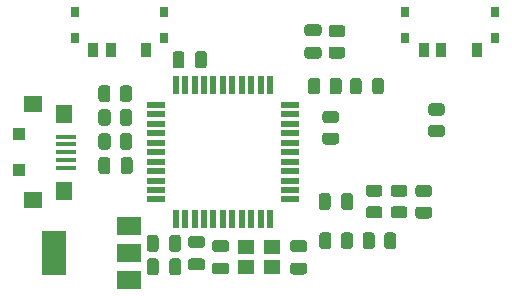
<source format=gtp>
%TF.GenerationSoftware,KiCad,Pcbnew,(5.1.10-1-10_14)*%
%TF.CreationDate,2021-09-25T16:40:22-04:00*%
%TF.ProjectId,WetProgrammer,57657450-726f-4677-9261-6d6d65722e6b,rev?*%
%TF.SameCoordinates,Original*%
%TF.FileFunction,Paste,Top*%
%TF.FilePolarity,Positive*%
%FSLAX46Y46*%
G04 Gerber Fmt 4.6, Leading zero omitted, Abs format (unit mm)*
G04 Created by KiCad (PCBNEW (5.1.10-1-10_14)) date 2021-09-25 16:40:22*
%MOMM*%
%LPD*%
G01*
G04 APERTURE LIST*
%ADD10R,1.400000X1.200000*%
%ADD11R,2.000000X1.500000*%
%ADD12R,2.000000X3.800000*%
%ADD13R,0.900000X1.250000*%
%ADD14R,0.800000X0.900000*%
%ADD15R,1.800000X0.400000*%
%ADD16R,1.400000X1.500000*%
%ADD17R,1.500000X1.350000*%
%ADD18R,1.100000X1.000000*%
%ADD19R,1.500000X0.550000*%
%ADD20R,0.550000X1.500000*%
G04 APERTURE END LIST*
%TO.C,F1*%
G36*
G01*
X9225000Y17900001D02*
X9225000Y16999999D01*
G75*
G02*
X8975001Y16750000I-249999J0D01*
G01*
X8449999Y16750000D01*
G75*
G02*
X8200000Y16999999I0J249999D01*
G01*
X8200000Y17900001D01*
G75*
G02*
X8449999Y18150000I249999J0D01*
G01*
X8975001Y18150000D01*
G75*
G02*
X9225000Y17900001I0J-249999D01*
G01*
G37*
G36*
G01*
X11050000Y17900001D02*
X11050000Y16999999D01*
G75*
G02*
X10800001Y16750000I-249999J0D01*
G01*
X10274999Y16750000D01*
G75*
G02*
X10025000Y16999999I0J249999D01*
G01*
X10025000Y17900001D01*
G75*
G02*
X10274999Y18150000I249999J0D01*
G01*
X10800001Y18150000D01*
G75*
G02*
X11050000Y17900001I0J-249999D01*
G01*
G37*
%TD*%
%TO.C,C9*%
G36*
G01*
X26852900Y20419400D02*
X25902900Y20419400D01*
G75*
G02*
X25652900Y20669400I0J250000D01*
G01*
X25652900Y21169400D01*
G75*
G02*
X25902900Y21419400I250000J0D01*
G01*
X26852900Y21419400D01*
G75*
G02*
X27102900Y21169400I0J-250000D01*
G01*
X27102900Y20669400D01*
G75*
G02*
X26852900Y20419400I-250000J0D01*
G01*
G37*
G36*
G01*
X26852900Y22319400D02*
X25902900Y22319400D01*
G75*
G02*
X25652900Y22569400I0J250000D01*
G01*
X25652900Y23069400D01*
G75*
G02*
X25902900Y23319400I250000J0D01*
G01*
X26852900Y23319400D01*
G75*
G02*
X27102900Y23069400I0J-250000D01*
G01*
X27102900Y22569400D01*
G75*
G02*
X26852900Y22319400I-250000J0D01*
G01*
G37*
%TD*%
%TO.C,C2*%
G36*
G01*
X18079700Y5046600D02*
X19029700Y5046600D01*
G75*
G02*
X19279700Y4796600I0J-250000D01*
G01*
X19279700Y4296600D01*
G75*
G02*
X19029700Y4046600I-250000J0D01*
G01*
X18079700Y4046600D01*
G75*
G02*
X17829700Y4296600I0J250000D01*
G01*
X17829700Y4796600D01*
G75*
G02*
X18079700Y5046600I250000J0D01*
G01*
G37*
G36*
G01*
X18079700Y3146600D02*
X19029700Y3146600D01*
G75*
G02*
X19279700Y2896600I0J-250000D01*
G01*
X19279700Y2396600D01*
G75*
G02*
X19029700Y2146600I-250000J0D01*
G01*
X18079700Y2146600D01*
G75*
G02*
X17829700Y2396600I0J250000D01*
G01*
X17829700Y2896600D01*
G75*
G02*
X18079700Y3146600I250000J0D01*
G01*
G37*
%TD*%
D10*
%TO.C,Y1*%
X22893200Y4444100D03*
X20693200Y4444100D03*
X20693200Y2744100D03*
X22893200Y2744100D03*
%TD*%
%TO.C,R10*%
G36*
G01*
X27937500Y5450002D02*
X27937500Y4549998D01*
G75*
G02*
X27687502Y4300000I-249998J0D01*
G01*
X27162498Y4300000D01*
G75*
G02*
X26912500Y4549998I0J249998D01*
G01*
X26912500Y5450002D01*
G75*
G02*
X27162498Y5700000I249998J0D01*
G01*
X27687502Y5700000D01*
G75*
G02*
X27937500Y5450002I0J-249998D01*
G01*
G37*
G36*
G01*
X29762500Y5450002D02*
X29762500Y4549998D01*
G75*
G02*
X29512502Y4300000I-249998J0D01*
G01*
X28987498Y4300000D01*
G75*
G02*
X28737500Y4549998I0J249998D01*
G01*
X28737500Y5450002D01*
G75*
G02*
X28987498Y5700000I249998J0D01*
G01*
X29512502Y5700000D01*
G75*
G02*
X29762500Y5450002I0J-249998D01*
G01*
G37*
%TD*%
%TO.C,R11*%
G36*
G01*
X31600000Y5450002D02*
X31600000Y4549998D01*
G75*
G02*
X31350002Y4300000I-249998J0D01*
G01*
X30824998Y4300000D01*
G75*
G02*
X30575000Y4549998I0J249998D01*
G01*
X30575000Y5450002D01*
G75*
G02*
X30824998Y5700000I249998J0D01*
G01*
X31350002Y5700000D01*
G75*
G02*
X31600000Y5450002I0J-249998D01*
G01*
G37*
G36*
G01*
X33425000Y5450002D02*
X33425000Y4549998D01*
G75*
G02*
X33175002Y4300000I-249998J0D01*
G01*
X32649998Y4300000D01*
G75*
G02*
X32400000Y4549998I0J249998D01*
G01*
X32400000Y5450002D01*
G75*
G02*
X32649998Y5700000I249998J0D01*
G01*
X33175002Y5700000D01*
G75*
G02*
X33425000Y5450002I0J-249998D01*
G01*
G37*
%TD*%
%TO.C,C5*%
G36*
G01*
X16985000Y4397200D02*
X16035000Y4397200D01*
G75*
G02*
X15785000Y4647200I0J250000D01*
G01*
X15785000Y5147200D01*
G75*
G02*
X16035000Y5397200I250000J0D01*
G01*
X16985000Y5397200D01*
G75*
G02*
X17235000Y5147200I0J-250000D01*
G01*
X17235000Y4647200D01*
G75*
G02*
X16985000Y4397200I-250000J0D01*
G01*
G37*
G36*
G01*
X16985000Y2497200D02*
X16035000Y2497200D01*
G75*
G02*
X15785000Y2747200I0J250000D01*
G01*
X15785000Y3247200D01*
G75*
G02*
X16035000Y3497200I250000J0D01*
G01*
X16985000Y3497200D01*
G75*
G02*
X17235000Y3247200I0J-250000D01*
G01*
X17235000Y2747200D01*
G75*
G02*
X16985000Y2497200I-250000J0D01*
G01*
G37*
%TD*%
%TO.C,C1*%
G36*
G01*
X25633700Y2141600D02*
X24683700Y2141600D01*
G75*
G02*
X24433700Y2391600I0J250000D01*
G01*
X24433700Y2891600D01*
G75*
G02*
X24683700Y3141600I250000J0D01*
G01*
X25633700Y3141600D01*
G75*
G02*
X25883700Y2891600I0J-250000D01*
G01*
X25883700Y2391600D01*
G75*
G02*
X25633700Y2141600I-250000J0D01*
G01*
G37*
G36*
G01*
X25633700Y4041600D02*
X24683700Y4041600D01*
G75*
G02*
X24433700Y4291600I0J250000D01*
G01*
X24433700Y4791600D01*
G75*
G02*
X24683700Y5041600I250000J0D01*
G01*
X25633700Y5041600D01*
G75*
G02*
X25883700Y4791600I0J-250000D01*
G01*
X25883700Y4291600D01*
G75*
G02*
X25633700Y4041600I-250000J0D01*
G01*
G37*
%TD*%
D11*
%TO.C,U2*%
X10770000Y1669500D03*
X10770000Y6269500D03*
X10770000Y3969500D03*
D12*
X4470000Y3969500D03*
%TD*%
D13*
%TO.C,SW1*%
X12250000Y21116000D03*
X9250000Y21116000D03*
X7750000Y21116000D03*
D14*
X6200000Y24341000D03*
X13800000Y24341000D03*
X13800000Y22141000D03*
X6200000Y22141000D03*
%TD*%
%TO.C,D1*%
G36*
G01*
X31387200Y17628550D02*
X31387200Y18541050D01*
G75*
G02*
X31630950Y18784800I243750J0D01*
G01*
X32118450Y18784800D01*
G75*
G02*
X32362200Y18541050I0J-243750D01*
G01*
X32362200Y17628550D01*
G75*
G02*
X32118450Y17384800I-243750J0D01*
G01*
X31630950Y17384800D01*
G75*
G02*
X31387200Y17628550I0J243750D01*
G01*
G37*
G36*
G01*
X29512200Y17628550D02*
X29512200Y18541050D01*
G75*
G02*
X29755950Y18784800I243750J0D01*
G01*
X30243450Y18784800D01*
G75*
G02*
X30487200Y18541050I0J-243750D01*
G01*
X30487200Y17628550D01*
G75*
G02*
X30243450Y17384800I-243750J0D01*
G01*
X29755950Y17384800D01*
G75*
G02*
X29512200Y17628550I0J243750D01*
G01*
G37*
%TD*%
%TO.C,C8*%
G36*
G01*
X14216800Y2319000D02*
X14216800Y3269000D01*
G75*
G02*
X14466800Y3519000I250000J0D01*
G01*
X14966800Y3519000D01*
G75*
G02*
X15216800Y3269000I0J-250000D01*
G01*
X15216800Y2319000D01*
G75*
G02*
X14966800Y2069000I-250000J0D01*
G01*
X14466800Y2069000D01*
G75*
G02*
X14216800Y2319000I0J250000D01*
G01*
G37*
G36*
G01*
X12316800Y2319000D02*
X12316800Y3269000D01*
G75*
G02*
X12566800Y3519000I250000J0D01*
G01*
X13066800Y3519000D01*
G75*
G02*
X13316800Y3269000I0J-250000D01*
G01*
X13316800Y2319000D01*
G75*
G02*
X13066800Y2069000I-250000J0D01*
G01*
X12566800Y2069000D01*
G75*
G02*
X12316800Y2319000I0J250000D01*
G01*
G37*
%TD*%
%TO.C,C7*%
G36*
G01*
X14201600Y4300200D02*
X14201600Y5250200D01*
G75*
G02*
X14451600Y5500200I250000J0D01*
G01*
X14951600Y5500200D01*
G75*
G02*
X15201600Y5250200I0J-250000D01*
G01*
X15201600Y4300200D01*
G75*
G02*
X14951600Y4050200I-250000J0D01*
G01*
X14451600Y4050200D01*
G75*
G02*
X14201600Y4300200I0J250000D01*
G01*
G37*
G36*
G01*
X12301600Y4300200D02*
X12301600Y5250200D01*
G75*
G02*
X12551600Y5500200I250000J0D01*
G01*
X13051600Y5500200D01*
G75*
G02*
X13301600Y5250200I0J-250000D01*
G01*
X13301600Y4300200D01*
G75*
G02*
X13051600Y4050200I-250000J0D01*
G01*
X12551600Y4050200D01*
G75*
G02*
X12301600Y4300200I0J250000D01*
G01*
G37*
%TD*%
%TO.C,C3*%
G36*
G01*
X16391000Y19845000D02*
X16391000Y20795000D01*
G75*
G02*
X16641000Y21045000I250000J0D01*
G01*
X17141000Y21045000D01*
G75*
G02*
X17391000Y20795000I0J-250000D01*
G01*
X17391000Y19845000D01*
G75*
G02*
X17141000Y19595000I-250000J0D01*
G01*
X16641000Y19595000D01*
G75*
G02*
X16391000Y19845000I0J250000D01*
G01*
G37*
G36*
G01*
X14491000Y19845000D02*
X14491000Y20795000D01*
G75*
G02*
X14741000Y21045000I250000J0D01*
G01*
X15241000Y21045000D01*
G75*
G02*
X15491000Y20795000I0J-250000D01*
G01*
X15491000Y19845000D01*
G75*
G02*
X15241000Y19595000I-250000J0D01*
G01*
X14741000Y19595000D01*
G75*
G02*
X14491000Y19845000I0J250000D01*
G01*
G37*
%TD*%
D15*
%TO.C,J1*%
X5500000Y12500000D03*
X5500000Y13150000D03*
X5500000Y13800000D03*
X5500000Y11850000D03*
X5500000Y11200000D03*
D16*
X5309500Y9250000D03*
X5309500Y15750000D03*
D17*
X2630000Y8425000D03*
X2630000Y16575000D03*
D18*
X1459500Y14000000D03*
X1459500Y11000000D03*
%TD*%
D13*
%TO.C,SW2*%
X40250000Y21116000D03*
X37250000Y21116000D03*
X35750000Y21116000D03*
D14*
X34200000Y24341000D03*
X41800000Y24341000D03*
X41800000Y22141000D03*
X34200000Y22141000D03*
%TD*%
D19*
%TO.C,U1*%
X13050000Y16500000D03*
X13050000Y15700000D03*
X13050000Y14900000D03*
X13050000Y14100000D03*
X13050000Y13300000D03*
X13050000Y12500000D03*
X13050000Y11700000D03*
X13050000Y10900000D03*
X13050000Y10100000D03*
X13050000Y9300000D03*
X13050000Y8500000D03*
D20*
X14750000Y6800000D03*
X15550000Y6800000D03*
X16350000Y6800000D03*
X17150000Y6800000D03*
X17950000Y6800000D03*
X18750000Y6800000D03*
X19550000Y6800000D03*
X20350000Y6800000D03*
X21150000Y6800000D03*
X21950000Y6800000D03*
X22750000Y6800000D03*
D19*
X24450000Y8500000D03*
X24450000Y9300000D03*
X24450000Y10100000D03*
X24450000Y10900000D03*
X24450000Y11700000D03*
X24450000Y12500000D03*
X24450000Y13300000D03*
X24450000Y14100000D03*
X24450000Y14900000D03*
X24450000Y15700000D03*
X24450000Y16500000D03*
D20*
X22750000Y18200000D03*
X21950000Y18200000D03*
X21150000Y18200000D03*
X20350000Y18200000D03*
X19550000Y18200000D03*
X18750000Y18200000D03*
X17950000Y18200000D03*
X17150000Y18200000D03*
X16350000Y18200000D03*
X15550000Y18200000D03*
X14750000Y18200000D03*
%TD*%
%TO.C,R9*%
G36*
G01*
X33204998Y7918500D02*
X34105002Y7918500D01*
G75*
G02*
X34355000Y7668502I0J-249998D01*
G01*
X34355000Y7143498D01*
G75*
G02*
X34105002Y6893500I-249998J0D01*
G01*
X33204998Y6893500D01*
G75*
G02*
X32955000Y7143498I0J249998D01*
G01*
X32955000Y7668502D01*
G75*
G02*
X33204998Y7918500I249998J0D01*
G01*
G37*
G36*
G01*
X33204998Y9743500D02*
X34105002Y9743500D01*
G75*
G02*
X34355000Y9493502I0J-249998D01*
G01*
X34355000Y8968498D01*
G75*
G02*
X34105002Y8718500I-249998J0D01*
G01*
X33204998Y8718500D01*
G75*
G02*
X32955000Y8968498I0J249998D01*
G01*
X32955000Y9493502D01*
G75*
G02*
X33204998Y9743500I249998J0D01*
G01*
G37*
%TD*%
%TO.C,R8*%
G36*
G01*
X35300498Y7895000D02*
X36200502Y7895000D01*
G75*
G02*
X36450500Y7645002I0J-249998D01*
G01*
X36450500Y7119998D01*
G75*
G02*
X36200502Y6870000I-249998J0D01*
G01*
X35300498Y6870000D01*
G75*
G02*
X35050500Y7119998I0J249998D01*
G01*
X35050500Y7645002D01*
G75*
G02*
X35300498Y7895000I249998J0D01*
G01*
G37*
G36*
G01*
X35300498Y9720000D02*
X36200502Y9720000D01*
G75*
G02*
X36450500Y9470002I0J-249998D01*
G01*
X36450500Y8944998D01*
G75*
G02*
X36200502Y8695000I-249998J0D01*
G01*
X35300498Y8695000D01*
G75*
G02*
X35050500Y8944998I0J249998D01*
G01*
X35050500Y9470002D01*
G75*
G02*
X35300498Y9720000I249998J0D01*
G01*
G37*
%TD*%
%TO.C,R7*%
G36*
G01*
X31109498Y7918500D02*
X32009502Y7918500D01*
G75*
G02*
X32259500Y7668502I0J-249998D01*
G01*
X32259500Y7143498D01*
G75*
G02*
X32009502Y6893500I-249998J0D01*
G01*
X31109498Y6893500D01*
G75*
G02*
X30859500Y7143498I0J249998D01*
G01*
X30859500Y7668502D01*
G75*
G02*
X31109498Y7918500I249998J0D01*
G01*
G37*
G36*
G01*
X31109498Y9743500D02*
X32009502Y9743500D01*
G75*
G02*
X32259500Y9493502I0J-249998D01*
G01*
X32259500Y8968498D01*
G75*
G02*
X32009502Y8718500I-249998J0D01*
G01*
X31109498Y8718500D01*
G75*
G02*
X30859500Y8968498I0J249998D01*
G01*
X30859500Y9493502D01*
G75*
G02*
X31109498Y9743500I249998J0D01*
G01*
G37*
%TD*%
%TO.C,R6*%
G36*
G01*
X26983100Y18534802D02*
X26983100Y17634798D01*
G75*
G02*
X26733102Y17384800I-249998J0D01*
G01*
X26208098Y17384800D01*
G75*
G02*
X25958100Y17634798I0J249998D01*
G01*
X25958100Y18534802D01*
G75*
G02*
X26208098Y18784800I249998J0D01*
G01*
X26733102Y18784800D01*
G75*
G02*
X26983100Y18534802I0J-249998D01*
G01*
G37*
G36*
G01*
X28808100Y18534802D02*
X28808100Y17634798D01*
G75*
G02*
X28558102Y17384800I-249998J0D01*
G01*
X28033098Y17384800D01*
G75*
G02*
X27783100Y17634798I0J249998D01*
G01*
X27783100Y18534802D01*
G75*
G02*
X28033098Y18784800I249998J0D01*
G01*
X28558102Y18784800D01*
G75*
G02*
X28808100Y18534802I0J-249998D01*
G01*
G37*
%TD*%
%TO.C,R5*%
G36*
G01*
X36379998Y14800000D02*
X37280002Y14800000D01*
G75*
G02*
X37530000Y14550002I0J-249998D01*
G01*
X37530000Y14024998D01*
G75*
G02*
X37280002Y13775000I-249998J0D01*
G01*
X36379998Y13775000D01*
G75*
G02*
X36130000Y14024998I0J249998D01*
G01*
X36130000Y14550002D01*
G75*
G02*
X36379998Y14800000I249998J0D01*
G01*
G37*
G36*
G01*
X36379998Y16625000D02*
X37280002Y16625000D01*
G75*
G02*
X37530000Y16375002I0J-249998D01*
G01*
X37530000Y15849998D01*
G75*
G02*
X37280002Y15600000I-249998J0D01*
G01*
X36379998Y15600000D01*
G75*
G02*
X36130000Y15849998I0J249998D01*
G01*
X36130000Y16375002D01*
G75*
G02*
X36379998Y16625000I249998J0D01*
G01*
G37*
%TD*%
%TO.C,R4*%
G36*
G01*
X28326502Y14965000D02*
X27426498Y14965000D01*
G75*
G02*
X27176500Y15214998I0J249998D01*
G01*
X27176500Y15740002D01*
G75*
G02*
X27426498Y15990000I249998J0D01*
G01*
X28326502Y15990000D01*
G75*
G02*
X28576500Y15740002I0J-249998D01*
G01*
X28576500Y15214998D01*
G75*
G02*
X28326502Y14965000I-249998J0D01*
G01*
G37*
G36*
G01*
X28326502Y13140000D02*
X27426498Y13140000D01*
G75*
G02*
X27176500Y13389998I0J249998D01*
G01*
X27176500Y13915002D01*
G75*
G02*
X27426498Y14165000I249998J0D01*
G01*
X28326502Y14165000D01*
G75*
G02*
X28576500Y13915002I0J-249998D01*
G01*
X28576500Y13389998D01*
G75*
G02*
X28326502Y13140000I-249998J0D01*
G01*
G37*
%TD*%
%TO.C,R3*%
G36*
G01*
X28847202Y22245900D02*
X27947198Y22245900D01*
G75*
G02*
X27697200Y22495898I0J249998D01*
G01*
X27697200Y23020902D01*
G75*
G02*
X27947198Y23270900I249998J0D01*
G01*
X28847202Y23270900D01*
G75*
G02*
X29097200Y23020902I0J-249998D01*
G01*
X29097200Y22495898D01*
G75*
G02*
X28847202Y22245900I-249998J0D01*
G01*
G37*
G36*
G01*
X28847202Y20420900D02*
X27947198Y20420900D01*
G75*
G02*
X27697200Y20670898I0J249998D01*
G01*
X27697200Y21195902D01*
G75*
G02*
X27947198Y21445900I249998J0D01*
G01*
X28847202Y21445900D01*
G75*
G02*
X29097200Y21195902I0J-249998D01*
G01*
X29097200Y20670898D01*
G75*
G02*
X28847202Y20420900I-249998J0D01*
G01*
G37*
%TD*%
%TO.C,R2*%
G36*
G01*
X9234000Y15880502D02*
X9234000Y14980498D01*
G75*
G02*
X8984002Y14730500I-249998J0D01*
G01*
X8458998Y14730500D01*
G75*
G02*
X8209000Y14980498I0J249998D01*
G01*
X8209000Y15880502D01*
G75*
G02*
X8458998Y16130500I249998J0D01*
G01*
X8984002Y16130500D01*
G75*
G02*
X9234000Y15880502I0J-249998D01*
G01*
G37*
G36*
G01*
X11059000Y15880502D02*
X11059000Y14980498D01*
G75*
G02*
X10809002Y14730500I-249998J0D01*
G01*
X10283998Y14730500D01*
G75*
G02*
X10034000Y14980498I0J249998D01*
G01*
X10034000Y15880502D01*
G75*
G02*
X10283998Y16130500I249998J0D01*
G01*
X10809002Y16130500D01*
G75*
G02*
X11059000Y15880502I0J-249998D01*
G01*
G37*
%TD*%
%TO.C,R1*%
G36*
G01*
X9234000Y13848502D02*
X9234000Y12948498D01*
G75*
G02*
X8984002Y12698500I-249998J0D01*
G01*
X8458998Y12698500D01*
G75*
G02*
X8209000Y12948498I0J249998D01*
G01*
X8209000Y13848502D01*
G75*
G02*
X8458998Y14098500I249998J0D01*
G01*
X8984002Y14098500D01*
G75*
G02*
X9234000Y13848502I0J-249998D01*
G01*
G37*
G36*
G01*
X11059000Y13848502D02*
X11059000Y12948498D01*
G75*
G02*
X10809002Y12698500I-249998J0D01*
G01*
X10283998Y12698500D01*
G75*
G02*
X10034000Y12948498I0J249998D01*
G01*
X10034000Y13848502D01*
G75*
G02*
X10283998Y14098500I249998J0D01*
G01*
X10809002Y14098500D01*
G75*
G02*
X11059000Y13848502I0J-249998D01*
G01*
G37*
%TD*%
%TO.C,C6*%
G36*
G01*
X27871000Y8793500D02*
X27871000Y7843500D01*
G75*
G02*
X27621000Y7593500I-250000J0D01*
G01*
X27121000Y7593500D01*
G75*
G02*
X26871000Y7843500I0J250000D01*
G01*
X26871000Y8793500D01*
G75*
G02*
X27121000Y9043500I250000J0D01*
G01*
X27621000Y9043500D01*
G75*
G02*
X27871000Y8793500I0J-250000D01*
G01*
G37*
G36*
G01*
X29771000Y8793500D02*
X29771000Y7843500D01*
G75*
G02*
X29521000Y7593500I-250000J0D01*
G01*
X29021000Y7593500D01*
G75*
G02*
X28771000Y7843500I0J250000D01*
G01*
X28771000Y8793500D01*
G75*
G02*
X29021000Y9043500I250000J0D01*
G01*
X29521000Y9043500D01*
G75*
G02*
X29771000Y8793500I0J-250000D01*
G01*
G37*
%TD*%
%TO.C,C4*%
G36*
G01*
X9210000Y11841500D02*
X9210000Y10891500D01*
G75*
G02*
X8960000Y10641500I-250000J0D01*
G01*
X8460000Y10641500D01*
G75*
G02*
X8210000Y10891500I0J250000D01*
G01*
X8210000Y11841500D01*
G75*
G02*
X8460000Y12091500I250000J0D01*
G01*
X8960000Y12091500D01*
G75*
G02*
X9210000Y11841500I0J-250000D01*
G01*
G37*
G36*
G01*
X11110000Y11841500D02*
X11110000Y10891500D01*
G75*
G02*
X10860000Y10641500I-250000J0D01*
G01*
X10360000Y10641500D01*
G75*
G02*
X10110000Y10891500I0J250000D01*
G01*
X10110000Y11841500D01*
G75*
G02*
X10360000Y12091500I250000J0D01*
G01*
X10860000Y12091500D01*
G75*
G02*
X11110000Y11841500I0J-250000D01*
G01*
G37*
%TD*%
M02*

</source>
